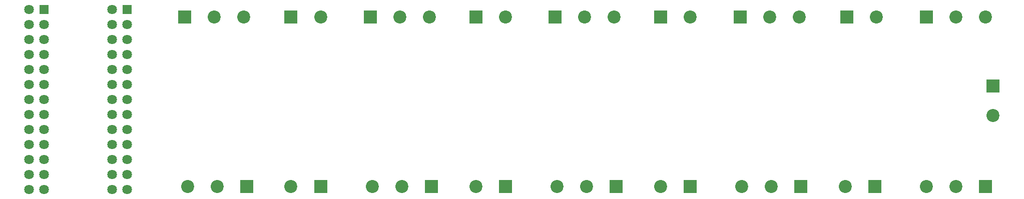
<source format=gbs>
G04*
G04 #@! TF.GenerationSoftware,Altium Limited,Altium Designer,21.6.1 (37)*
G04*
G04 Layer_Color=16711935*
%FSLAX44Y44*%
%MOMM*%
G71*
G04*
G04 #@! TF.SameCoordinates,826819EA-234B-40C6-A563-737F89A4C456*
G04*
G04*
G04 #@! TF.FilePolarity,Negative*
G04*
G01*
G75*
%ADD20R,1.6300X1.6300*%
%ADD21C,1.6300*%
%ADD22R,2.2000X2.2000*%
%ADD23C,2.2000*%
%ADD24R,2.2000X2.2000*%
D20*
X195400Y350000D02*
D03*
X55000D02*
D03*
D21*
X170000D02*
D03*
X195400Y324600D02*
D03*
X170000D02*
D03*
X195400Y299200D02*
D03*
X170000D02*
D03*
X195400Y273800D02*
D03*
X170000D02*
D03*
X195400Y248400D02*
D03*
X170000D02*
D03*
X195400Y223000D02*
D03*
X170000D02*
D03*
X195400Y197600D02*
D03*
X170000D02*
D03*
X195400Y172200D02*
D03*
X170000D02*
D03*
X195400Y146800D02*
D03*
X170000D02*
D03*
X195400Y121400D02*
D03*
X170000D02*
D03*
X195400Y96000D02*
D03*
X170000D02*
D03*
X195400Y70600D02*
D03*
X170000D02*
D03*
X195400Y45200D02*
D03*
X170000D02*
D03*
X29600Y350000D02*
D03*
X55000Y324600D02*
D03*
X29600D02*
D03*
X55000Y299200D02*
D03*
X29600D02*
D03*
X55000Y273800D02*
D03*
X29600D02*
D03*
X55000Y248400D02*
D03*
X29600D02*
D03*
X55000Y223000D02*
D03*
X29600D02*
D03*
X55000Y197600D02*
D03*
X29600D02*
D03*
X55000Y172200D02*
D03*
X29600D02*
D03*
X55000Y146800D02*
D03*
X29600D02*
D03*
X55000Y121400D02*
D03*
X29600D02*
D03*
X55000Y96000D02*
D03*
X29600D02*
D03*
X55000Y70600D02*
D03*
X29600D02*
D03*
X55000Y45200D02*
D03*
X29600D02*
D03*
D22*
X1097500Y337500D02*
D03*
X918958D02*
D03*
X785000D02*
D03*
X606457D02*
D03*
X472500D02*
D03*
X292500D02*
D03*
X1547500D02*
D03*
X1232500D02*
D03*
X1412500D02*
D03*
X1647500Y50000D02*
D03*
X1460000D02*
D03*
X1335000D02*
D03*
X1147500D02*
D03*
X1022500D02*
D03*
X835000D02*
D03*
X710000D02*
D03*
X522500D02*
D03*
X397500D02*
D03*
D23*
X1147500Y337500D02*
D03*
X1018958D02*
D03*
X968958D02*
D03*
X835000D02*
D03*
X706458D02*
D03*
X656458D02*
D03*
X522500D02*
D03*
X392500D02*
D03*
X342500D02*
D03*
X1647500D02*
D03*
X1597500D02*
D03*
X1332500D02*
D03*
X1282500D02*
D03*
X1462500D02*
D03*
X1660000Y170000D02*
D03*
X1547500Y50000D02*
D03*
X1597500D02*
D03*
X1410000D02*
D03*
X1235000D02*
D03*
X1285000D02*
D03*
X1097500D02*
D03*
X922500D02*
D03*
X972500D02*
D03*
X785000D02*
D03*
X610000D02*
D03*
X660000D02*
D03*
X472500D02*
D03*
X297500D02*
D03*
X347500D02*
D03*
D24*
X1660000Y220000D02*
D03*
M02*

</source>
